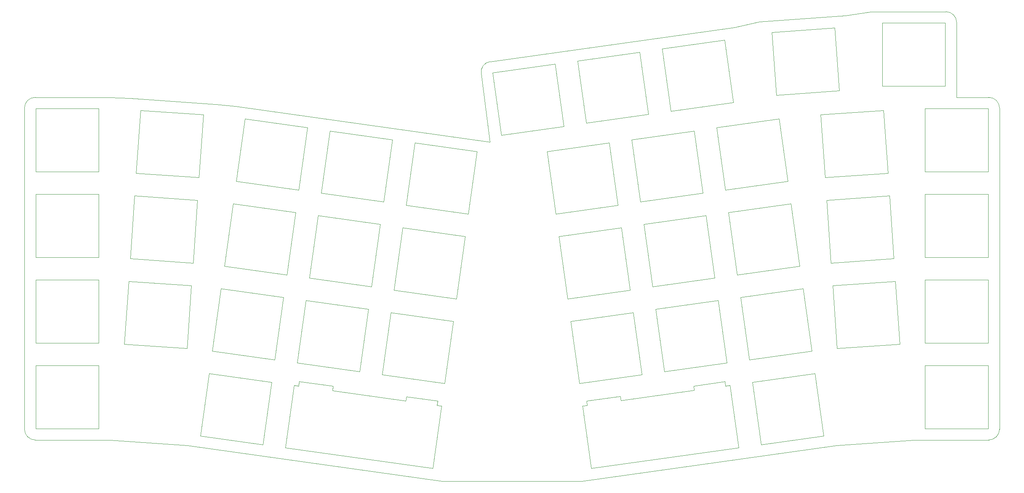
<source format=gbr>
G04 #@! TF.GenerationSoftware,KiCad,Pcbnew,(5.1.4)-1*
G04 #@! TF.CreationDate,2021-09-18T02:47:56-10:00*
G04 #@! TF.ProjectId,oya38split,6f796133-3873-4706-9c69-742e6b696361,rev?*
G04 #@! TF.SameCoordinates,Original*
G04 #@! TF.FileFunction,Profile,NP*
%FSLAX46Y46*%
G04 Gerber Fmt 4.6, Leading zero omitted, Abs format (unit mm)*
G04 Created by KiCad (PCBNEW (5.1.4)-1) date 2021-09-18 02:47:56*
%MOMM*%
%LPD*%
G04 APERTURE LIST*
%ADD10C,0.050000*%
G04 APERTURE END LIST*
D10*
X180049061Y-114081221D02*
X180188756Y-115075202D01*
X203416732Y-111810724D02*
X204403286Y-111672072D01*
X196341447Y-111791476D02*
X196481142Y-112785457D01*
X203277037Y-110816742D02*
X196341447Y-111791476D01*
X204403286Y-111672072D02*
X206351710Y-125535825D01*
X203416732Y-111810724D02*
X203277037Y-110816742D01*
X172529213Y-115138066D02*
X180049061Y-114081221D01*
X172668908Y-116132048D02*
X172529213Y-115138066D01*
X173623350Y-130135496D02*
X171674926Y-116271743D01*
X206351710Y-125535825D02*
X173623350Y-130135496D01*
X171674926Y-116271743D02*
X172668908Y-116132048D01*
X196481142Y-112785457D02*
X180188756Y-115075202D01*
X116193989Y-111874632D02*
X116054295Y-112868613D01*
X139282269Y-116133092D02*
X140268824Y-116271743D01*
X132486374Y-114164377D02*
X132346679Y-115158358D01*
X139421964Y-115139110D02*
X132486374Y-114164377D01*
X140268824Y-116271743D02*
X138320401Y-130135496D01*
X139282269Y-116133092D02*
X139421964Y-115139110D01*
X108674141Y-110817785D02*
X116193989Y-111874632D01*
X108534446Y-111811767D02*
X108674141Y-110817785D01*
X105592041Y-125535825D02*
X107540465Y-111672072D01*
X138320401Y-130135496D02*
X105592041Y-125535825D01*
X107540465Y-111672072D02*
X108534446Y-111811767D01*
X132346679Y-115158358D02*
X116054295Y-112868613D01*
X223267893Y-109020824D02*
X225216317Y-122884578D01*
X225216317Y-122884578D02*
X211352563Y-124833002D01*
X209404139Y-110969248D02*
X223267893Y-109020824D01*
X211352563Y-124833002D02*
X209404139Y-110969248D01*
X102539611Y-110969248D02*
X100591187Y-124833002D01*
X100591187Y-124833002D02*
X86727433Y-122884578D01*
X88675857Y-109020824D02*
X102539611Y-110969248D01*
X86727433Y-122884578D02*
X88675857Y-109020824D01*
X222565069Y-104019971D02*
X208701315Y-105968395D01*
X220616645Y-90156217D02*
X222565069Y-104019971D01*
X208701315Y-105968395D02*
X206752891Y-92104641D01*
X206752891Y-92104641D02*
X220616645Y-90156217D01*
X187888284Y-94755889D02*
X201752038Y-92807465D01*
X184835856Y-109322466D02*
X170972102Y-111270889D01*
X189836708Y-108619643D02*
X187888284Y-94755889D01*
X203700462Y-106671219D02*
X189836708Y-108619643D01*
X170972102Y-111270889D02*
X169023678Y-97407135D01*
X201752038Y-92807465D02*
X203700462Y-106671219D01*
X182887432Y-95458712D02*
X184835856Y-109322466D01*
X169023678Y-97407135D02*
X182887432Y-95458712D01*
X219913823Y-85155363D02*
X206050069Y-87103787D01*
X217965399Y-71291609D02*
X219913823Y-85155363D01*
X206050069Y-87103787D02*
X204101645Y-73240033D01*
X204101645Y-73240033D02*
X217965399Y-71291609D01*
X185237038Y-75891281D02*
X199100792Y-73942857D01*
X182184610Y-90457858D02*
X168320856Y-92406281D01*
X187185462Y-89755035D02*
X185237038Y-75891281D01*
X201049216Y-87806611D02*
X187185462Y-89755035D01*
X168320856Y-92406281D02*
X166372432Y-78542527D01*
X199100792Y-73942857D02*
X201049216Y-87806611D01*
X180236186Y-76594104D02*
X182184610Y-90457858D01*
X166372432Y-78542527D02*
X180236186Y-76594104D01*
X217262575Y-66290757D02*
X203398821Y-68239181D01*
X215314151Y-52427003D02*
X217262575Y-66290757D01*
X203398821Y-68239181D02*
X201450397Y-54375427D01*
X201450397Y-54375427D02*
X215314151Y-52427003D01*
X182585790Y-57026675D02*
X196449544Y-55078251D01*
X179533362Y-71593252D02*
X165669608Y-73541675D01*
X184534214Y-70890429D02*
X182585790Y-57026675D01*
X198397968Y-68942005D02*
X184534214Y-70890429D01*
X165669608Y-73541675D02*
X163721184Y-59677921D01*
X196449544Y-55078251D02*
X198397968Y-68942005D01*
X177584938Y-57729498D02*
X179533362Y-71593252D01*
X163721184Y-59677921D02*
X177584938Y-57729498D01*
X205179024Y-48751774D02*
X191315270Y-50700198D01*
X203230600Y-34888020D02*
X205179024Y-48751774D01*
X191315270Y-50700198D02*
X189366846Y-36836444D01*
X189366846Y-36836444D02*
X203230600Y-34888020D01*
X170502239Y-39487692D02*
X184365993Y-37539268D01*
X167449811Y-54054269D02*
X153586057Y-56002692D01*
X172450663Y-53351446D02*
X170502239Y-39487692D01*
X186314417Y-51403022D02*
X172450663Y-53351446D01*
X153586057Y-56002692D02*
X151637633Y-42138938D01*
X184365993Y-37539268D02*
X186314417Y-51403022D01*
X165501387Y-40190515D02*
X167449811Y-54054269D01*
X151637633Y-42138938D02*
X165501387Y-40190515D01*
X140971649Y-111270890D02*
X127107895Y-109322466D01*
X142920073Y-97407136D02*
X140971649Y-111270890D01*
X127107895Y-109322466D02*
X129056319Y-95458712D01*
X129056319Y-95458712D02*
X142920073Y-97407136D01*
X110191712Y-92807465D02*
X124055466Y-94755889D01*
X103242436Y-105968395D02*
X89378682Y-104019971D01*
X108243288Y-106671219D02*
X110191712Y-92807465D01*
X122107042Y-108619643D02*
X108243288Y-106671219D01*
X89378682Y-104019971D02*
X91327106Y-90156217D01*
X124055466Y-94755889D02*
X122107042Y-108619643D01*
X105190860Y-92104641D02*
X103242436Y-105968395D01*
X91327106Y-90156217D02*
X105190860Y-92104641D01*
X143622895Y-92406282D02*
X129759141Y-90457858D01*
X145571319Y-78542528D02*
X143622895Y-92406282D01*
X129759141Y-90457858D02*
X131707565Y-76594104D01*
X131707565Y-76594104D02*
X145571319Y-78542528D01*
X112842958Y-73942857D02*
X126706712Y-75891281D01*
X105893682Y-87103787D02*
X92029928Y-85155363D01*
X110894534Y-87806611D02*
X112842958Y-73942857D01*
X124758288Y-89755035D02*
X110894534Y-87806611D01*
X92029928Y-85155363D02*
X93978352Y-71291609D01*
X126706712Y-75891281D02*
X124758288Y-89755035D01*
X107842106Y-73240033D02*
X105893682Y-87103787D01*
X93978352Y-71291609D02*
X107842106Y-73240033D01*
X148222567Y-59677922D02*
X146274143Y-73541676D01*
X146274143Y-73541676D02*
X132410389Y-71593252D01*
X132410389Y-71593252D02*
X134358813Y-57729498D01*
X134358813Y-57729498D02*
X148222567Y-59677922D01*
X129357960Y-57026675D02*
X127409536Y-70890429D01*
X127409536Y-70890429D02*
X113545782Y-68942005D01*
X113545782Y-68942005D02*
X115494206Y-55078251D01*
X115494206Y-55078251D02*
X129357960Y-57026675D01*
X110493354Y-54375427D02*
X108544930Y-68239181D01*
X108544930Y-68239181D02*
X94681176Y-66290757D01*
X94681176Y-66290757D02*
X96629600Y-52427003D01*
X96629600Y-52427003D02*
X110493354Y-54375427D01*
X84723633Y-89502692D02*
X83747042Y-103468589D01*
X83747042Y-103468589D02*
X69781145Y-102491998D01*
X69781145Y-102491998D02*
X70757736Y-88526101D01*
X70757736Y-88526101D02*
X84723633Y-89502692D01*
X86052494Y-70499097D02*
X85075903Y-84464994D01*
X85075903Y-84464994D02*
X71110006Y-83488403D01*
X71110006Y-83488403D02*
X72086597Y-69522506D01*
X72086597Y-69522506D02*
X86052494Y-70499097D01*
X87381355Y-51495502D02*
X86404764Y-65461399D01*
X86404764Y-65461399D02*
X72438867Y-64484808D01*
X72438867Y-64484808D02*
X73415458Y-50518911D01*
X73415458Y-50518911D02*
X87381355Y-51495502D01*
X241186014Y-88526101D02*
X242162605Y-102491998D01*
X242162605Y-102491998D02*
X228196708Y-103468589D01*
X228196708Y-103468589D02*
X227220117Y-89502692D01*
X227220117Y-89502692D02*
X241186014Y-88526101D01*
X239857153Y-69522506D02*
X240833744Y-83488403D01*
X240833744Y-83488403D02*
X226867847Y-84464994D01*
X226867847Y-84464994D02*
X225891256Y-70499097D01*
X225891256Y-70499097D02*
X239857153Y-69522506D01*
X238528292Y-50518911D02*
X239504883Y-64484808D01*
X239504883Y-64484808D02*
X225538986Y-65461399D01*
X225538986Y-65461399D02*
X224562395Y-51495502D01*
X224562395Y-51495502D02*
X238528292Y-50518911D01*
X227697634Y-32179746D02*
X228674225Y-46145643D01*
X228674225Y-46145643D02*
X214708328Y-47122234D01*
X214708328Y-47122234D02*
X213731737Y-33156337D01*
X213731737Y-33156337D02*
X227697634Y-32179746D01*
X261793750Y-107300000D02*
X261793750Y-121300000D01*
X261793750Y-121300000D02*
X247793750Y-121300000D01*
X247793750Y-121300000D02*
X247793750Y-107300000D01*
X247793750Y-107300000D02*
X261793750Y-107300000D01*
X261793750Y-88250000D02*
X261793750Y-102250000D01*
X261793750Y-102250000D02*
X247793750Y-102250000D01*
X247793750Y-102250000D02*
X247793750Y-88250000D01*
X247793750Y-88250000D02*
X261793750Y-88250000D01*
X261793750Y-69200000D02*
X261793750Y-83200000D01*
X261793750Y-83200000D02*
X247793750Y-83200000D01*
X247793750Y-83200000D02*
X247793750Y-69200000D01*
X247793750Y-69200000D02*
X261793750Y-69200000D01*
X261793750Y-50150000D02*
X261793750Y-64150000D01*
X261793750Y-64150000D02*
X247793750Y-64150000D01*
X247793750Y-64150000D02*
X247793750Y-50150000D01*
X247793750Y-50150000D02*
X261793750Y-50150000D01*
X252268750Y-31100000D02*
X252268750Y-45100000D01*
X252268750Y-45100000D02*
X238268750Y-45100000D01*
X238268750Y-45100000D02*
X238268750Y-31100000D01*
X238268750Y-31100000D02*
X252268750Y-31100000D01*
X64150000Y-107300000D02*
X64150000Y-121300000D01*
X64150000Y-121300000D02*
X50150000Y-121300000D01*
X50150000Y-121300000D02*
X50150000Y-107300000D01*
X50150000Y-107300000D02*
X64150000Y-107300000D01*
X64150000Y-88250000D02*
X64150000Y-102250000D01*
X64150000Y-102250000D02*
X50150000Y-102250000D01*
X50150000Y-102250000D02*
X50150000Y-88250000D01*
X50150000Y-88250000D02*
X64150000Y-88250000D01*
X64150000Y-69200000D02*
X64150000Y-83200000D01*
X64150000Y-83200000D02*
X50150000Y-83200000D01*
X50150000Y-83200000D02*
X50150000Y-69200000D01*
X50150000Y-69200000D02*
X64150000Y-69200000D01*
X50150000Y-64150000D02*
X50150000Y-50150000D01*
X64150000Y-64150000D02*
X50150000Y-64150000D01*
X64150000Y-50150000D02*
X64150000Y-64150000D01*
X50150000Y-50150000D02*
X64150000Y-50150000D01*
X252412500Y-28575000D02*
G75*
G02X254793750Y-30956250I0J-2381250D01*
G01*
X149117199Y-42348003D02*
G75*
G02X151143869Y-39658519I2358077J331407D01*
G01*
X254793750Y-47625000D02*
X261937500Y-47625000D01*
X254793750Y-30956250D02*
X254793750Y-47625000D01*
X230040348Y-29484762D02*
X235743750Y-28575000D01*
X211036753Y-30813623D02*
X230040348Y-29484762D01*
X205379615Y-32036182D02*
X211036753Y-30813623D01*
X151143869Y-39658519D02*
X205379615Y-32036182D01*
X151074405Y-57528907D02*
X149117199Y-42348003D01*
X94480585Y-49575165D02*
X151074405Y-57528907D01*
X90076339Y-49152788D02*
X94480585Y-49575165D01*
X71072744Y-47823927D02*
X90076339Y-49152788D01*
X66675000Y-47625000D02*
X71072744Y-47823927D01*
X50006250Y-47625000D02*
X66675000Y-47625000D01*
X50006250Y-123825000D02*
X66675000Y-123825000D01*
X47625000Y-50006250D02*
G75*
G02X50006250Y-47625000I2381250J0D01*
G01*
X50006250Y-123825000D02*
G75*
G02X47625000Y-121443750I0J2381250D01*
G01*
X264318750Y-121443750D02*
G75*
G02X261937500Y-123825000I-2381250J0D01*
G01*
X228068155Y-125033593D02*
X171474335Y-132987335D01*
X245268750Y-123825000D02*
X228068155Y-125033593D01*
X83875595Y-125033593D02*
X66675000Y-123825000D01*
X171474335Y-132987335D02*
X140469415Y-132987335D01*
X47625000Y-50006250D02*
X47625000Y-121443750D01*
X140469415Y-132987335D02*
X83875595Y-125033593D01*
X261937500Y-123825000D02*
X245268750Y-123825000D01*
X264318750Y-50006250D02*
X264318750Y-121443750D01*
X261937500Y-47625000D02*
G75*
G02X264318750Y-50006250I0J-2381250D01*
G01*
X235743750Y-28575000D02*
X252412500Y-28575000D01*
M02*

</source>
